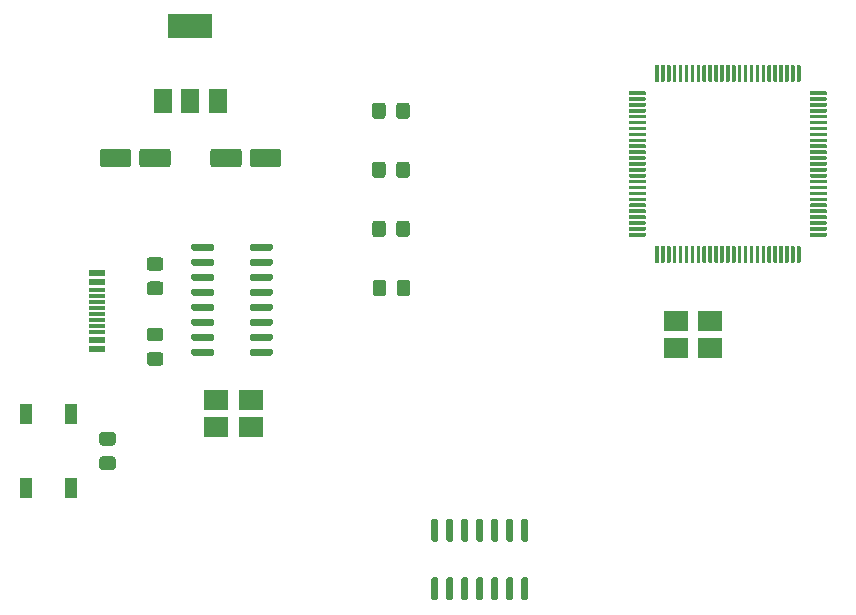
<source format=gbr>
G04 #@! TF.GenerationSoftware,KiCad,Pcbnew,(5.99.0-1662-g9db296991)*
G04 #@! TF.CreationDate,2020-05-24T00:42:54+05:30*
G04 #@! TF.ProjectId,UI,55492e6b-6963-4616-945f-706362585858,rev?*
G04 #@! TF.SameCoordinates,Original*
G04 #@! TF.FileFunction,Paste,Top*
G04 #@! TF.FilePolarity,Positive*
%FSLAX46Y46*%
G04 Gerber Fmt 4.6, Leading zero omitted, Abs format (unit mm)*
G04 Created by KiCad (PCBNEW (5.99.0-1662-g9db296991)) date 2020-05-24 00:42:54*
%MOMM*%
%LPD*%
G01*
G04 APERTURE LIST*
%ADD10R,1.450000X0.300000*%
%ADD11R,1.450000X0.600000*%
%ADD12R,3.800000X2.000000*%
%ADD13R,1.500000X2.000000*%
%ADD14R,2.100000X1.800000*%
%ADD15R,1.000000X1.700000*%
G04 APERTURE END LIST*
G36*
G01*
X48840000Y-118450000D02*
X48540000Y-118450000D01*
G75*
G02*
X48390000Y-118300000I0J150000D01*
G01*
X48390000Y-116650000D01*
G75*
G02*
X48540000Y-116500000I150000J0D01*
G01*
X48840000Y-116500000D01*
G75*
G02*
X48990000Y-116650000I0J-150000D01*
G01*
X48990000Y-118300000D01*
G75*
G02*
X48840000Y-118450000I-150000J0D01*
G01*
G37*
G36*
G01*
X50110000Y-118450000D02*
X49810000Y-118450000D01*
G75*
G02*
X49660000Y-118300000I0J150000D01*
G01*
X49660000Y-116650000D01*
G75*
G02*
X49810000Y-116500000I150000J0D01*
G01*
X50110000Y-116500000D01*
G75*
G02*
X50260000Y-116650000I0J-150000D01*
G01*
X50260000Y-118300000D01*
G75*
G02*
X50110000Y-118450000I-150000J0D01*
G01*
G37*
G36*
G01*
X51380000Y-118450000D02*
X51080000Y-118450000D01*
G75*
G02*
X50930000Y-118300000I0J150000D01*
G01*
X50930000Y-116650000D01*
G75*
G02*
X51080000Y-116500000I150000J0D01*
G01*
X51380000Y-116500000D01*
G75*
G02*
X51530000Y-116650000I0J-150000D01*
G01*
X51530000Y-118300000D01*
G75*
G02*
X51380000Y-118450000I-150000J0D01*
G01*
G37*
G36*
G01*
X52650000Y-118450000D02*
X52350000Y-118450000D01*
G75*
G02*
X52200000Y-118300000I0J150000D01*
G01*
X52200000Y-116650000D01*
G75*
G02*
X52350000Y-116500000I150000J0D01*
G01*
X52650000Y-116500000D01*
G75*
G02*
X52800000Y-116650000I0J-150000D01*
G01*
X52800000Y-118300000D01*
G75*
G02*
X52650000Y-118450000I-150000J0D01*
G01*
G37*
G36*
G01*
X53920000Y-118450000D02*
X53620000Y-118450000D01*
G75*
G02*
X53470000Y-118300000I0J150000D01*
G01*
X53470000Y-116650000D01*
G75*
G02*
X53620000Y-116500000I150000J0D01*
G01*
X53920000Y-116500000D01*
G75*
G02*
X54070000Y-116650000I0J-150000D01*
G01*
X54070000Y-118300000D01*
G75*
G02*
X53920000Y-118450000I-150000J0D01*
G01*
G37*
G36*
G01*
X55190000Y-118450000D02*
X54890000Y-118450000D01*
G75*
G02*
X54740000Y-118300000I0J150000D01*
G01*
X54740000Y-116650000D01*
G75*
G02*
X54890000Y-116500000I150000J0D01*
G01*
X55190000Y-116500000D01*
G75*
G02*
X55340000Y-116650000I0J-150000D01*
G01*
X55340000Y-118300000D01*
G75*
G02*
X55190000Y-118450000I-150000J0D01*
G01*
G37*
G36*
G01*
X56460000Y-118450000D02*
X56160000Y-118450000D01*
G75*
G02*
X56010000Y-118300000I0J150000D01*
G01*
X56010000Y-116650000D01*
G75*
G02*
X56160000Y-116500000I150000J0D01*
G01*
X56460000Y-116500000D01*
G75*
G02*
X56610000Y-116650000I0J-150000D01*
G01*
X56610000Y-118300000D01*
G75*
G02*
X56460000Y-118450000I-150000J0D01*
G01*
G37*
G36*
G01*
X56460000Y-113500000D02*
X56160000Y-113500000D01*
G75*
G02*
X56010000Y-113350000I0J150000D01*
G01*
X56010000Y-111700000D01*
G75*
G02*
X56160000Y-111550000I150000J0D01*
G01*
X56460000Y-111550000D01*
G75*
G02*
X56610000Y-111700000I0J-150000D01*
G01*
X56610000Y-113350000D01*
G75*
G02*
X56460000Y-113500000I-150000J0D01*
G01*
G37*
G36*
G01*
X55190000Y-113500000D02*
X54890000Y-113500000D01*
G75*
G02*
X54740000Y-113350000I0J150000D01*
G01*
X54740000Y-111700000D01*
G75*
G02*
X54890000Y-111550000I150000J0D01*
G01*
X55190000Y-111550000D01*
G75*
G02*
X55340000Y-111700000I0J-150000D01*
G01*
X55340000Y-113350000D01*
G75*
G02*
X55190000Y-113500000I-150000J0D01*
G01*
G37*
G36*
G01*
X53920000Y-113500000D02*
X53620000Y-113500000D01*
G75*
G02*
X53470000Y-113350000I0J150000D01*
G01*
X53470000Y-111700000D01*
G75*
G02*
X53620000Y-111550000I150000J0D01*
G01*
X53920000Y-111550000D01*
G75*
G02*
X54070000Y-111700000I0J-150000D01*
G01*
X54070000Y-113350000D01*
G75*
G02*
X53920000Y-113500000I-150000J0D01*
G01*
G37*
G36*
G01*
X52650000Y-113500000D02*
X52350000Y-113500000D01*
G75*
G02*
X52200000Y-113350000I0J150000D01*
G01*
X52200000Y-111700000D01*
G75*
G02*
X52350000Y-111550000I150000J0D01*
G01*
X52650000Y-111550000D01*
G75*
G02*
X52800000Y-111700000I0J-150000D01*
G01*
X52800000Y-113350000D01*
G75*
G02*
X52650000Y-113500000I-150000J0D01*
G01*
G37*
G36*
G01*
X51380000Y-113500000D02*
X51080000Y-113500000D01*
G75*
G02*
X50930000Y-113350000I0J150000D01*
G01*
X50930000Y-111700000D01*
G75*
G02*
X51080000Y-111550000I150000J0D01*
G01*
X51380000Y-111550000D01*
G75*
G02*
X51530000Y-111700000I0J-150000D01*
G01*
X51530000Y-113350000D01*
G75*
G02*
X51380000Y-113500000I-150000J0D01*
G01*
G37*
G36*
G01*
X50110000Y-113500000D02*
X49810000Y-113500000D01*
G75*
G02*
X49660000Y-113350000I0J150000D01*
G01*
X49660000Y-111700000D01*
G75*
G02*
X49810000Y-111550000I150000J0D01*
G01*
X50110000Y-111550000D01*
G75*
G02*
X50260000Y-111700000I0J-150000D01*
G01*
X50260000Y-113350000D01*
G75*
G02*
X50110000Y-113500000I-150000J0D01*
G01*
G37*
G36*
G01*
X48840000Y-113500000D02*
X48540000Y-113500000D01*
G75*
G02*
X48390000Y-113350000I0J150000D01*
G01*
X48390000Y-111700000D01*
G75*
G02*
X48540000Y-111550000I150000J0D01*
G01*
X48840000Y-111550000D01*
G75*
G02*
X48990000Y-111700000I0J-150000D01*
G01*
X48990000Y-113350000D01*
G75*
G02*
X48840000Y-113500000I-150000J0D01*
G01*
G37*
D10*
X20095000Y-94200000D03*
X20095000Y-95200000D03*
X20095000Y-95700000D03*
D11*
X20095000Y-91500000D03*
X20095000Y-90700000D03*
D10*
X20095000Y-92700000D03*
X20095000Y-92200000D03*
D11*
X20095000Y-90700000D03*
X20095000Y-91500000D03*
D10*
X20095000Y-93700000D03*
D11*
X20095000Y-97200000D03*
X20095000Y-97200000D03*
X20095000Y-96400000D03*
D10*
X20095000Y-93200000D03*
D11*
X20095000Y-96400000D03*
D10*
X20095000Y-94700000D03*
G36*
G01*
X67350000Y-74500000D02*
X67350000Y-73175000D01*
G75*
G02*
X67425000Y-73100000I75000J0D01*
G01*
X67575000Y-73100000D01*
G75*
G02*
X67650000Y-73175000I0J-75000D01*
G01*
X67650000Y-74500000D01*
G75*
G02*
X67575000Y-74575000I-75000J0D01*
G01*
X67425000Y-74575000D01*
G75*
G02*
X67350000Y-74500000I0J75000D01*
G01*
G37*
G36*
G01*
X67850000Y-74500000D02*
X67850000Y-73175000D01*
G75*
G02*
X67925000Y-73100000I75000J0D01*
G01*
X68075000Y-73100000D01*
G75*
G02*
X68150000Y-73175000I0J-75000D01*
G01*
X68150000Y-74500000D01*
G75*
G02*
X68075000Y-74575000I-75000J0D01*
G01*
X67925000Y-74575000D01*
G75*
G02*
X67850000Y-74500000I0J75000D01*
G01*
G37*
G36*
G01*
X68350000Y-74500000D02*
X68350000Y-73175000D01*
G75*
G02*
X68425000Y-73100000I75000J0D01*
G01*
X68575000Y-73100000D01*
G75*
G02*
X68650000Y-73175000I0J-75000D01*
G01*
X68650000Y-74500000D01*
G75*
G02*
X68575000Y-74575000I-75000J0D01*
G01*
X68425000Y-74575000D01*
G75*
G02*
X68350000Y-74500000I0J75000D01*
G01*
G37*
G36*
G01*
X68850000Y-74500000D02*
X68850000Y-73175000D01*
G75*
G02*
X68925000Y-73100000I75000J0D01*
G01*
X69075000Y-73100000D01*
G75*
G02*
X69150000Y-73175000I0J-75000D01*
G01*
X69150000Y-74500000D01*
G75*
G02*
X69075000Y-74575000I-75000J0D01*
G01*
X68925000Y-74575000D01*
G75*
G02*
X68850000Y-74500000I0J75000D01*
G01*
G37*
G36*
G01*
X69350000Y-74500000D02*
X69350000Y-73175000D01*
G75*
G02*
X69425000Y-73100000I75000J0D01*
G01*
X69575000Y-73100000D01*
G75*
G02*
X69650000Y-73175000I0J-75000D01*
G01*
X69650000Y-74500000D01*
G75*
G02*
X69575000Y-74575000I-75000J0D01*
G01*
X69425000Y-74575000D01*
G75*
G02*
X69350000Y-74500000I0J75000D01*
G01*
G37*
G36*
G01*
X69850000Y-74500000D02*
X69850000Y-73175000D01*
G75*
G02*
X69925000Y-73100000I75000J0D01*
G01*
X70075000Y-73100000D01*
G75*
G02*
X70150000Y-73175000I0J-75000D01*
G01*
X70150000Y-74500000D01*
G75*
G02*
X70075000Y-74575000I-75000J0D01*
G01*
X69925000Y-74575000D01*
G75*
G02*
X69850000Y-74500000I0J75000D01*
G01*
G37*
G36*
G01*
X70350000Y-74500000D02*
X70350000Y-73175000D01*
G75*
G02*
X70425000Y-73100000I75000J0D01*
G01*
X70575000Y-73100000D01*
G75*
G02*
X70650000Y-73175000I0J-75000D01*
G01*
X70650000Y-74500000D01*
G75*
G02*
X70575000Y-74575000I-75000J0D01*
G01*
X70425000Y-74575000D01*
G75*
G02*
X70350000Y-74500000I0J75000D01*
G01*
G37*
G36*
G01*
X70850000Y-74500000D02*
X70850000Y-73175000D01*
G75*
G02*
X70925000Y-73100000I75000J0D01*
G01*
X71075000Y-73100000D01*
G75*
G02*
X71150000Y-73175000I0J-75000D01*
G01*
X71150000Y-74500000D01*
G75*
G02*
X71075000Y-74575000I-75000J0D01*
G01*
X70925000Y-74575000D01*
G75*
G02*
X70850000Y-74500000I0J75000D01*
G01*
G37*
G36*
G01*
X71350000Y-74500000D02*
X71350000Y-73175000D01*
G75*
G02*
X71425000Y-73100000I75000J0D01*
G01*
X71575000Y-73100000D01*
G75*
G02*
X71650000Y-73175000I0J-75000D01*
G01*
X71650000Y-74500000D01*
G75*
G02*
X71575000Y-74575000I-75000J0D01*
G01*
X71425000Y-74575000D01*
G75*
G02*
X71350000Y-74500000I0J75000D01*
G01*
G37*
G36*
G01*
X71850000Y-74500000D02*
X71850000Y-73175000D01*
G75*
G02*
X71925000Y-73100000I75000J0D01*
G01*
X72075000Y-73100000D01*
G75*
G02*
X72150000Y-73175000I0J-75000D01*
G01*
X72150000Y-74500000D01*
G75*
G02*
X72075000Y-74575000I-75000J0D01*
G01*
X71925000Y-74575000D01*
G75*
G02*
X71850000Y-74500000I0J75000D01*
G01*
G37*
G36*
G01*
X72350000Y-74500000D02*
X72350000Y-73175000D01*
G75*
G02*
X72425000Y-73100000I75000J0D01*
G01*
X72575000Y-73100000D01*
G75*
G02*
X72650000Y-73175000I0J-75000D01*
G01*
X72650000Y-74500000D01*
G75*
G02*
X72575000Y-74575000I-75000J0D01*
G01*
X72425000Y-74575000D01*
G75*
G02*
X72350000Y-74500000I0J75000D01*
G01*
G37*
G36*
G01*
X72850000Y-74500000D02*
X72850000Y-73175000D01*
G75*
G02*
X72925000Y-73100000I75000J0D01*
G01*
X73075000Y-73100000D01*
G75*
G02*
X73150000Y-73175000I0J-75000D01*
G01*
X73150000Y-74500000D01*
G75*
G02*
X73075000Y-74575000I-75000J0D01*
G01*
X72925000Y-74575000D01*
G75*
G02*
X72850000Y-74500000I0J75000D01*
G01*
G37*
G36*
G01*
X73350000Y-74500000D02*
X73350000Y-73175000D01*
G75*
G02*
X73425000Y-73100000I75000J0D01*
G01*
X73575000Y-73100000D01*
G75*
G02*
X73650000Y-73175000I0J-75000D01*
G01*
X73650000Y-74500000D01*
G75*
G02*
X73575000Y-74575000I-75000J0D01*
G01*
X73425000Y-74575000D01*
G75*
G02*
X73350000Y-74500000I0J75000D01*
G01*
G37*
G36*
G01*
X73850000Y-74500000D02*
X73850000Y-73175000D01*
G75*
G02*
X73925000Y-73100000I75000J0D01*
G01*
X74075000Y-73100000D01*
G75*
G02*
X74150000Y-73175000I0J-75000D01*
G01*
X74150000Y-74500000D01*
G75*
G02*
X74075000Y-74575000I-75000J0D01*
G01*
X73925000Y-74575000D01*
G75*
G02*
X73850000Y-74500000I0J75000D01*
G01*
G37*
G36*
G01*
X74350000Y-74500000D02*
X74350000Y-73175000D01*
G75*
G02*
X74425000Y-73100000I75000J0D01*
G01*
X74575000Y-73100000D01*
G75*
G02*
X74650000Y-73175000I0J-75000D01*
G01*
X74650000Y-74500000D01*
G75*
G02*
X74575000Y-74575000I-75000J0D01*
G01*
X74425000Y-74575000D01*
G75*
G02*
X74350000Y-74500000I0J75000D01*
G01*
G37*
G36*
G01*
X74850000Y-74500000D02*
X74850000Y-73175000D01*
G75*
G02*
X74925000Y-73100000I75000J0D01*
G01*
X75075000Y-73100000D01*
G75*
G02*
X75150000Y-73175000I0J-75000D01*
G01*
X75150000Y-74500000D01*
G75*
G02*
X75075000Y-74575000I-75000J0D01*
G01*
X74925000Y-74575000D01*
G75*
G02*
X74850000Y-74500000I0J75000D01*
G01*
G37*
G36*
G01*
X75350000Y-74500000D02*
X75350000Y-73175000D01*
G75*
G02*
X75425000Y-73100000I75000J0D01*
G01*
X75575000Y-73100000D01*
G75*
G02*
X75650000Y-73175000I0J-75000D01*
G01*
X75650000Y-74500000D01*
G75*
G02*
X75575000Y-74575000I-75000J0D01*
G01*
X75425000Y-74575000D01*
G75*
G02*
X75350000Y-74500000I0J75000D01*
G01*
G37*
G36*
G01*
X75850000Y-74500000D02*
X75850000Y-73175000D01*
G75*
G02*
X75925000Y-73100000I75000J0D01*
G01*
X76075000Y-73100000D01*
G75*
G02*
X76150000Y-73175000I0J-75000D01*
G01*
X76150000Y-74500000D01*
G75*
G02*
X76075000Y-74575000I-75000J0D01*
G01*
X75925000Y-74575000D01*
G75*
G02*
X75850000Y-74500000I0J75000D01*
G01*
G37*
G36*
G01*
X76350000Y-74500000D02*
X76350000Y-73175000D01*
G75*
G02*
X76425000Y-73100000I75000J0D01*
G01*
X76575000Y-73100000D01*
G75*
G02*
X76650000Y-73175000I0J-75000D01*
G01*
X76650000Y-74500000D01*
G75*
G02*
X76575000Y-74575000I-75000J0D01*
G01*
X76425000Y-74575000D01*
G75*
G02*
X76350000Y-74500000I0J75000D01*
G01*
G37*
G36*
G01*
X76850000Y-74500000D02*
X76850000Y-73175000D01*
G75*
G02*
X76925000Y-73100000I75000J0D01*
G01*
X77075000Y-73100000D01*
G75*
G02*
X77150000Y-73175000I0J-75000D01*
G01*
X77150000Y-74500000D01*
G75*
G02*
X77075000Y-74575000I-75000J0D01*
G01*
X76925000Y-74575000D01*
G75*
G02*
X76850000Y-74500000I0J75000D01*
G01*
G37*
G36*
G01*
X77350000Y-74500000D02*
X77350000Y-73175000D01*
G75*
G02*
X77425000Y-73100000I75000J0D01*
G01*
X77575000Y-73100000D01*
G75*
G02*
X77650000Y-73175000I0J-75000D01*
G01*
X77650000Y-74500000D01*
G75*
G02*
X77575000Y-74575000I-75000J0D01*
G01*
X77425000Y-74575000D01*
G75*
G02*
X77350000Y-74500000I0J75000D01*
G01*
G37*
G36*
G01*
X77850000Y-74500000D02*
X77850000Y-73175000D01*
G75*
G02*
X77925000Y-73100000I75000J0D01*
G01*
X78075000Y-73100000D01*
G75*
G02*
X78150000Y-73175000I0J-75000D01*
G01*
X78150000Y-74500000D01*
G75*
G02*
X78075000Y-74575000I-75000J0D01*
G01*
X77925000Y-74575000D01*
G75*
G02*
X77850000Y-74500000I0J75000D01*
G01*
G37*
G36*
G01*
X78350000Y-74500000D02*
X78350000Y-73175000D01*
G75*
G02*
X78425000Y-73100000I75000J0D01*
G01*
X78575000Y-73100000D01*
G75*
G02*
X78650000Y-73175000I0J-75000D01*
G01*
X78650000Y-74500000D01*
G75*
G02*
X78575000Y-74575000I-75000J0D01*
G01*
X78425000Y-74575000D01*
G75*
G02*
X78350000Y-74500000I0J75000D01*
G01*
G37*
G36*
G01*
X78850000Y-74500000D02*
X78850000Y-73175000D01*
G75*
G02*
X78925000Y-73100000I75000J0D01*
G01*
X79075000Y-73100000D01*
G75*
G02*
X79150000Y-73175000I0J-75000D01*
G01*
X79150000Y-74500000D01*
G75*
G02*
X79075000Y-74575000I-75000J0D01*
G01*
X78925000Y-74575000D01*
G75*
G02*
X78850000Y-74500000I0J75000D01*
G01*
G37*
G36*
G01*
X79350000Y-74500000D02*
X79350000Y-73175000D01*
G75*
G02*
X79425000Y-73100000I75000J0D01*
G01*
X79575000Y-73100000D01*
G75*
G02*
X79650000Y-73175000I0J-75000D01*
G01*
X79650000Y-74500000D01*
G75*
G02*
X79575000Y-74575000I-75000J0D01*
G01*
X79425000Y-74575000D01*
G75*
G02*
X79350000Y-74500000I0J75000D01*
G01*
G37*
G36*
G01*
X80425000Y-75575000D02*
X80425000Y-75425000D01*
G75*
G02*
X80500000Y-75350000I75000J0D01*
G01*
X81825000Y-75350000D01*
G75*
G02*
X81900000Y-75425000I0J-75000D01*
G01*
X81900000Y-75575000D01*
G75*
G02*
X81825000Y-75650000I-75000J0D01*
G01*
X80500000Y-75650000D01*
G75*
G02*
X80425000Y-75575000I0J75000D01*
G01*
G37*
G36*
G01*
X80425000Y-76075000D02*
X80425000Y-75925000D01*
G75*
G02*
X80500000Y-75850000I75000J0D01*
G01*
X81825000Y-75850000D01*
G75*
G02*
X81900000Y-75925000I0J-75000D01*
G01*
X81900000Y-76075000D01*
G75*
G02*
X81825000Y-76150000I-75000J0D01*
G01*
X80500000Y-76150000D01*
G75*
G02*
X80425000Y-76075000I0J75000D01*
G01*
G37*
G36*
G01*
X80425000Y-76575000D02*
X80425000Y-76425000D01*
G75*
G02*
X80500000Y-76350000I75000J0D01*
G01*
X81825000Y-76350000D01*
G75*
G02*
X81900000Y-76425000I0J-75000D01*
G01*
X81900000Y-76575000D01*
G75*
G02*
X81825000Y-76650000I-75000J0D01*
G01*
X80500000Y-76650000D01*
G75*
G02*
X80425000Y-76575000I0J75000D01*
G01*
G37*
G36*
G01*
X80425000Y-77075000D02*
X80425000Y-76925000D01*
G75*
G02*
X80500000Y-76850000I75000J0D01*
G01*
X81825000Y-76850000D01*
G75*
G02*
X81900000Y-76925000I0J-75000D01*
G01*
X81900000Y-77075000D01*
G75*
G02*
X81825000Y-77150000I-75000J0D01*
G01*
X80500000Y-77150000D01*
G75*
G02*
X80425000Y-77075000I0J75000D01*
G01*
G37*
G36*
G01*
X80425000Y-77575000D02*
X80425000Y-77425000D01*
G75*
G02*
X80500000Y-77350000I75000J0D01*
G01*
X81825000Y-77350000D01*
G75*
G02*
X81900000Y-77425000I0J-75000D01*
G01*
X81900000Y-77575000D01*
G75*
G02*
X81825000Y-77650000I-75000J0D01*
G01*
X80500000Y-77650000D01*
G75*
G02*
X80425000Y-77575000I0J75000D01*
G01*
G37*
G36*
G01*
X80425000Y-78075000D02*
X80425000Y-77925000D01*
G75*
G02*
X80500000Y-77850000I75000J0D01*
G01*
X81825000Y-77850000D01*
G75*
G02*
X81900000Y-77925000I0J-75000D01*
G01*
X81900000Y-78075000D01*
G75*
G02*
X81825000Y-78150000I-75000J0D01*
G01*
X80500000Y-78150000D01*
G75*
G02*
X80425000Y-78075000I0J75000D01*
G01*
G37*
G36*
G01*
X80425000Y-78575000D02*
X80425000Y-78425000D01*
G75*
G02*
X80500000Y-78350000I75000J0D01*
G01*
X81825000Y-78350000D01*
G75*
G02*
X81900000Y-78425000I0J-75000D01*
G01*
X81900000Y-78575000D01*
G75*
G02*
X81825000Y-78650000I-75000J0D01*
G01*
X80500000Y-78650000D01*
G75*
G02*
X80425000Y-78575000I0J75000D01*
G01*
G37*
G36*
G01*
X80425000Y-79075000D02*
X80425000Y-78925000D01*
G75*
G02*
X80500000Y-78850000I75000J0D01*
G01*
X81825000Y-78850000D01*
G75*
G02*
X81900000Y-78925000I0J-75000D01*
G01*
X81900000Y-79075000D01*
G75*
G02*
X81825000Y-79150000I-75000J0D01*
G01*
X80500000Y-79150000D01*
G75*
G02*
X80425000Y-79075000I0J75000D01*
G01*
G37*
G36*
G01*
X80425000Y-79575000D02*
X80425000Y-79425000D01*
G75*
G02*
X80500000Y-79350000I75000J0D01*
G01*
X81825000Y-79350000D01*
G75*
G02*
X81900000Y-79425000I0J-75000D01*
G01*
X81900000Y-79575000D01*
G75*
G02*
X81825000Y-79650000I-75000J0D01*
G01*
X80500000Y-79650000D01*
G75*
G02*
X80425000Y-79575000I0J75000D01*
G01*
G37*
G36*
G01*
X80425000Y-80075000D02*
X80425000Y-79925000D01*
G75*
G02*
X80500000Y-79850000I75000J0D01*
G01*
X81825000Y-79850000D01*
G75*
G02*
X81900000Y-79925000I0J-75000D01*
G01*
X81900000Y-80075000D01*
G75*
G02*
X81825000Y-80150000I-75000J0D01*
G01*
X80500000Y-80150000D01*
G75*
G02*
X80425000Y-80075000I0J75000D01*
G01*
G37*
G36*
G01*
X80425000Y-80575000D02*
X80425000Y-80425000D01*
G75*
G02*
X80500000Y-80350000I75000J0D01*
G01*
X81825000Y-80350000D01*
G75*
G02*
X81900000Y-80425000I0J-75000D01*
G01*
X81900000Y-80575000D01*
G75*
G02*
X81825000Y-80650000I-75000J0D01*
G01*
X80500000Y-80650000D01*
G75*
G02*
X80425000Y-80575000I0J75000D01*
G01*
G37*
G36*
G01*
X80425000Y-81075000D02*
X80425000Y-80925000D01*
G75*
G02*
X80500000Y-80850000I75000J0D01*
G01*
X81825000Y-80850000D01*
G75*
G02*
X81900000Y-80925000I0J-75000D01*
G01*
X81900000Y-81075000D01*
G75*
G02*
X81825000Y-81150000I-75000J0D01*
G01*
X80500000Y-81150000D01*
G75*
G02*
X80425000Y-81075000I0J75000D01*
G01*
G37*
G36*
G01*
X80425000Y-81575000D02*
X80425000Y-81425000D01*
G75*
G02*
X80500000Y-81350000I75000J0D01*
G01*
X81825000Y-81350000D01*
G75*
G02*
X81900000Y-81425000I0J-75000D01*
G01*
X81900000Y-81575000D01*
G75*
G02*
X81825000Y-81650000I-75000J0D01*
G01*
X80500000Y-81650000D01*
G75*
G02*
X80425000Y-81575000I0J75000D01*
G01*
G37*
G36*
G01*
X80425000Y-82075000D02*
X80425000Y-81925000D01*
G75*
G02*
X80500000Y-81850000I75000J0D01*
G01*
X81825000Y-81850000D01*
G75*
G02*
X81900000Y-81925000I0J-75000D01*
G01*
X81900000Y-82075000D01*
G75*
G02*
X81825000Y-82150000I-75000J0D01*
G01*
X80500000Y-82150000D01*
G75*
G02*
X80425000Y-82075000I0J75000D01*
G01*
G37*
G36*
G01*
X80425000Y-82575000D02*
X80425000Y-82425000D01*
G75*
G02*
X80500000Y-82350000I75000J0D01*
G01*
X81825000Y-82350000D01*
G75*
G02*
X81900000Y-82425000I0J-75000D01*
G01*
X81900000Y-82575000D01*
G75*
G02*
X81825000Y-82650000I-75000J0D01*
G01*
X80500000Y-82650000D01*
G75*
G02*
X80425000Y-82575000I0J75000D01*
G01*
G37*
G36*
G01*
X80425000Y-83075000D02*
X80425000Y-82925000D01*
G75*
G02*
X80500000Y-82850000I75000J0D01*
G01*
X81825000Y-82850000D01*
G75*
G02*
X81900000Y-82925000I0J-75000D01*
G01*
X81900000Y-83075000D01*
G75*
G02*
X81825000Y-83150000I-75000J0D01*
G01*
X80500000Y-83150000D01*
G75*
G02*
X80425000Y-83075000I0J75000D01*
G01*
G37*
G36*
G01*
X80425000Y-83575000D02*
X80425000Y-83425000D01*
G75*
G02*
X80500000Y-83350000I75000J0D01*
G01*
X81825000Y-83350000D01*
G75*
G02*
X81900000Y-83425000I0J-75000D01*
G01*
X81900000Y-83575000D01*
G75*
G02*
X81825000Y-83650000I-75000J0D01*
G01*
X80500000Y-83650000D01*
G75*
G02*
X80425000Y-83575000I0J75000D01*
G01*
G37*
G36*
G01*
X80425000Y-84075000D02*
X80425000Y-83925000D01*
G75*
G02*
X80500000Y-83850000I75000J0D01*
G01*
X81825000Y-83850000D01*
G75*
G02*
X81900000Y-83925000I0J-75000D01*
G01*
X81900000Y-84075000D01*
G75*
G02*
X81825000Y-84150000I-75000J0D01*
G01*
X80500000Y-84150000D01*
G75*
G02*
X80425000Y-84075000I0J75000D01*
G01*
G37*
G36*
G01*
X80425000Y-84575000D02*
X80425000Y-84425000D01*
G75*
G02*
X80500000Y-84350000I75000J0D01*
G01*
X81825000Y-84350000D01*
G75*
G02*
X81900000Y-84425000I0J-75000D01*
G01*
X81900000Y-84575000D01*
G75*
G02*
X81825000Y-84650000I-75000J0D01*
G01*
X80500000Y-84650000D01*
G75*
G02*
X80425000Y-84575000I0J75000D01*
G01*
G37*
G36*
G01*
X80425000Y-85075000D02*
X80425000Y-84925000D01*
G75*
G02*
X80500000Y-84850000I75000J0D01*
G01*
X81825000Y-84850000D01*
G75*
G02*
X81900000Y-84925000I0J-75000D01*
G01*
X81900000Y-85075000D01*
G75*
G02*
X81825000Y-85150000I-75000J0D01*
G01*
X80500000Y-85150000D01*
G75*
G02*
X80425000Y-85075000I0J75000D01*
G01*
G37*
G36*
G01*
X80425000Y-85575000D02*
X80425000Y-85425000D01*
G75*
G02*
X80500000Y-85350000I75000J0D01*
G01*
X81825000Y-85350000D01*
G75*
G02*
X81900000Y-85425000I0J-75000D01*
G01*
X81900000Y-85575000D01*
G75*
G02*
X81825000Y-85650000I-75000J0D01*
G01*
X80500000Y-85650000D01*
G75*
G02*
X80425000Y-85575000I0J75000D01*
G01*
G37*
G36*
G01*
X80425000Y-86075000D02*
X80425000Y-85925000D01*
G75*
G02*
X80500000Y-85850000I75000J0D01*
G01*
X81825000Y-85850000D01*
G75*
G02*
X81900000Y-85925000I0J-75000D01*
G01*
X81900000Y-86075000D01*
G75*
G02*
X81825000Y-86150000I-75000J0D01*
G01*
X80500000Y-86150000D01*
G75*
G02*
X80425000Y-86075000I0J75000D01*
G01*
G37*
G36*
G01*
X80425000Y-86575000D02*
X80425000Y-86425000D01*
G75*
G02*
X80500000Y-86350000I75000J0D01*
G01*
X81825000Y-86350000D01*
G75*
G02*
X81900000Y-86425000I0J-75000D01*
G01*
X81900000Y-86575000D01*
G75*
G02*
X81825000Y-86650000I-75000J0D01*
G01*
X80500000Y-86650000D01*
G75*
G02*
X80425000Y-86575000I0J75000D01*
G01*
G37*
G36*
G01*
X80425000Y-87075000D02*
X80425000Y-86925000D01*
G75*
G02*
X80500000Y-86850000I75000J0D01*
G01*
X81825000Y-86850000D01*
G75*
G02*
X81900000Y-86925000I0J-75000D01*
G01*
X81900000Y-87075000D01*
G75*
G02*
X81825000Y-87150000I-75000J0D01*
G01*
X80500000Y-87150000D01*
G75*
G02*
X80425000Y-87075000I0J75000D01*
G01*
G37*
G36*
G01*
X80425000Y-87575000D02*
X80425000Y-87425000D01*
G75*
G02*
X80500000Y-87350000I75000J0D01*
G01*
X81825000Y-87350000D01*
G75*
G02*
X81900000Y-87425000I0J-75000D01*
G01*
X81900000Y-87575000D01*
G75*
G02*
X81825000Y-87650000I-75000J0D01*
G01*
X80500000Y-87650000D01*
G75*
G02*
X80425000Y-87575000I0J75000D01*
G01*
G37*
G36*
G01*
X79350000Y-89825000D02*
X79350000Y-88500000D01*
G75*
G02*
X79425000Y-88425000I75000J0D01*
G01*
X79575000Y-88425000D01*
G75*
G02*
X79650000Y-88500000I0J-75000D01*
G01*
X79650000Y-89825000D01*
G75*
G02*
X79575000Y-89900000I-75000J0D01*
G01*
X79425000Y-89900000D01*
G75*
G02*
X79350000Y-89825000I0J75000D01*
G01*
G37*
G36*
G01*
X78850000Y-89825000D02*
X78850000Y-88500000D01*
G75*
G02*
X78925000Y-88425000I75000J0D01*
G01*
X79075000Y-88425000D01*
G75*
G02*
X79150000Y-88500000I0J-75000D01*
G01*
X79150000Y-89825000D01*
G75*
G02*
X79075000Y-89900000I-75000J0D01*
G01*
X78925000Y-89900000D01*
G75*
G02*
X78850000Y-89825000I0J75000D01*
G01*
G37*
G36*
G01*
X78350000Y-89825000D02*
X78350000Y-88500000D01*
G75*
G02*
X78425000Y-88425000I75000J0D01*
G01*
X78575000Y-88425000D01*
G75*
G02*
X78650000Y-88500000I0J-75000D01*
G01*
X78650000Y-89825000D01*
G75*
G02*
X78575000Y-89900000I-75000J0D01*
G01*
X78425000Y-89900000D01*
G75*
G02*
X78350000Y-89825000I0J75000D01*
G01*
G37*
G36*
G01*
X77850000Y-89825000D02*
X77850000Y-88500000D01*
G75*
G02*
X77925000Y-88425000I75000J0D01*
G01*
X78075000Y-88425000D01*
G75*
G02*
X78150000Y-88500000I0J-75000D01*
G01*
X78150000Y-89825000D01*
G75*
G02*
X78075000Y-89900000I-75000J0D01*
G01*
X77925000Y-89900000D01*
G75*
G02*
X77850000Y-89825000I0J75000D01*
G01*
G37*
G36*
G01*
X77350000Y-89825000D02*
X77350000Y-88500000D01*
G75*
G02*
X77425000Y-88425000I75000J0D01*
G01*
X77575000Y-88425000D01*
G75*
G02*
X77650000Y-88500000I0J-75000D01*
G01*
X77650000Y-89825000D01*
G75*
G02*
X77575000Y-89900000I-75000J0D01*
G01*
X77425000Y-89900000D01*
G75*
G02*
X77350000Y-89825000I0J75000D01*
G01*
G37*
G36*
G01*
X76850000Y-89825000D02*
X76850000Y-88500000D01*
G75*
G02*
X76925000Y-88425000I75000J0D01*
G01*
X77075000Y-88425000D01*
G75*
G02*
X77150000Y-88500000I0J-75000D01*
G01*
X77150000Y-89825000D01*
G75*
G02*
X77075000Y-89900000I-75000J0D01*
G01*
X76925000Y-89900000D01*
G75*
G02*
X76850000Y-89825000I0J75000D01*
G01*
G37*
G36*
G01*
X76350000Y-89825000D02*
X76350000Y-88500000D01*
G75*
G02*
X76425000Y-88425000I75000J0D01*
G01*
X76575000Y-88425000D01*
G75*
G02*
X76650000Y-88500000I0J-75000D01*
G01*
X76650000Y-89825000D01*
G75*
G02*
X76575000Y-89900000I-75000J0D01*
G01*
X76425000Y-89900000D01*
G75*
G02*
X76350000Y-89825000I0J75000D01*
G01*
G37*
G36*
G01*
X75850000Y-89825000D02*
X75850000Y-88500000D01*
G75*
G02*
X75925000Y-88425000I75000J0D01*
G01*
X76075000Y-88425000D01*
G75*
G02*
X76150000Y-88500000I0J-75000D01*
G01*
X76150000Y-89825000D01*
G75*
G02*
X76075000Y-89900000I-75000J0D01*
G01*
X75925000Y-89900000D01*
G75*
G02*
X75850000Y-89825000I0J75000D01*
G01*
G37*
G36*
G01*
X75350000Y-89825000D02*
X75350000Y-88500000D01*
G75*
G02*
X75425000Y-88425000I75000J0D01*
G01*
X75575000Y-88425000D01*
G75*
G02*
X75650000Y-88500000I0J-75000D01*
G01*
X75650000Y-89825000D01*
G75*
G02*
X75575000Y-89900000I-75000J0D01*
G01*
X75425000Y-89900000D01*
G75*
G02*
X75350000Y-89825000I0J75000D01*
G01*
G37*
G36*
G01*
X74850000Y-89825000D02*
X74850000Y-88500000D01*
G75*
G02*
X74925000Y-88425000I75000J0D01*
G01*
X75075000Y-88425000D01*
G75*
G02*
X75150000Y-88500000I0J-75000D01*
G01*
X75150000Y-89825000D01*
G75*
G02*
X75075000Y-89900000I-75000J0D01*
G01*
X74925000Y-89900000D01*
G75*
G02*
X74850000Y-89825000I0J75000D01*
G01*
G37*
G36*
G01*
X74350000Y-89825000D02*
X74350000Y-88500000D01*
G75*
G02*
X74425000Y-88425000I75000J0D01*
G01*
X74575000Y-88425000D01*
G75*
G02*
X74650000Y-88500000I0J-75000D01*
G01*
X74650000Y-89825000D01*
G75*
G02*
X74575000Y-89900000I-75000J0D01*
G01*
X74425000Y-89900000D01*
G75*
G02*
X74350000Y-89825000I0J75000D01*
G01*
G37*
G36*
G01*
X73850000Y-89825000D02*
X73850000Y-88500000D01*
G75*
G02*
X73925000Y-88425000I75000J0D01*
G01*
X74075000Y-88425000D01*
G75*
G02*
X74150000Y-88500000I0J-75000D01*
G01*
X74150000Y-89825000D01*
G75*
G02*
X74075000Y-89900000I-75000J0D01*
G01*
X73925000Y-89900000D01*
G75*
G02*
X73850000Y-89825000I0J75000D01*
G01*
G37*
G36*
G01*
X73350000Y-89825000D02*
X73350000Y-88500000D01*
G75*
G02*
X73425000Y-88425000I75000J0D01*
G01*
X73575000Y-88425000D01*
G75*
G02*
X73650000Y-88500000I0J-75000D01*
G01*
X73650000Y-89825000D01*
G75*
G02*
X73575000Y-89900000I-75000J0D01*
G01*
X73425000Y-89900000D01*
G75*
G02*
X73350000Y-89825000I0J75000D01*
G01*
G37*
G36*
G01*
X72850000Y-89825000D02*
X72850000Y-88500000D01*
G75*
G02*
X72925000Y-88425000I75000J0D01*
G01*
X73075000Y-88425000D01*
G75*
G02*
X73150000Y-88500000I0J-75000D01*
G01*
X73150000Y-89825000D01*
G75*
G02*
X73075000Y-89900000I-75000J0D01*
G01*
X72925000Y-89900000D01*
G75*
G02*
X72850000Y-89825000I0J75000D01*
G01*
G37*
G36*
G01*
X72350000Y-89825000D02*
X72350000Y-88500000D01*
G75*
G02*
X72425000Y-88425000I75000J0D01*
G01*
X72575000Y-88425000D01*
G75*
G02*
X72650000Y-88500000I0J-75000D01*
G01*
X72650000Y-89825000D01*
G75*
G02*
X72575000Y-89900000I-75000J0D01*
G01*
X72425000Y-89900000D01*
G75*
G02*
X72350000Y-89825000I0J75000D01*
G01*
G37*
G36*
G01*
X71850000Y-89825000D02*
X71850000Y-88500000D01*
G75*
G02*
X71925000Y-88425000I75000J0D01*
G01*
X72075000Y-88425000D01*
G75*
G02*
X72150000Y-88500000I0J-75000D01*
G01*
X72150000Y-89825000D01*
G75*
G02*
X72075000Y-89900000I-75000J0D01*
G01*
X71925000Y-89900000D01*
G75*
G02*
X71850000Y-89825000I0J75000D01*
G01*
G37*
G36*
G01*
X71350000Y-89825000D02*
X71350000Y-88500000D01*
G75*
G02*
X71425000Y-88425000I75000J0D01*
G01*
X71575000Y-88425000D01*
G75*
G02*
X71650000Y-88500000I0J-75000D01*
G01*
X71650000Y-89825000D01*
G75*
G02*
X71575000Y-89900000I-75000J0D01*
G01*
X71425000Y-89900000D01*
G75*
G02*
X71350000Y-89825000I0J75000D01*
G01*
G37*
G36*
G01*
X70850000Y-89825000D02*
X70850000Y-88500000D01*
G75*
G02*
X70925000Y-88425000I75000J0D01*
G01*
X71075000Y-88425000D01*
G75*
G02*
X71150000Y-88500000I0J-75000D01*
G01*
X71150000Y-89825000D01*
G75*
G02*
X71075000Y-89900000I-75000J0D01*
G01*
X70925000Y-89900000D01*
G75*
G02*
X70850000Y-89825000I0J75000D01*
G01*
G37*
G36*
G01*
X70350000Y-89825000D02*
X70350000Y-88500000D01*
G75*
G02*
X70425000Y-88425000I75000J0D01*
G01*
X70575000Y-88425000D01*
G75*
G02*
X70650000Y-88500000I0J-75000D01*
G01*
X70650000Y-89825000D01*
G75*
G02*
X70575000Y-89900000I-75000J0D01*
G01*
X70425000Y-89900000D01*
G75*
G02*
X70350000Y-89825000I0J75000D01*
G01*
G37*
G36*
G01*
X69850000Y-89825000D02*
X69850000Y-88500000D01*
G75*
G02*
X69925000Y-88425000I75000J0D01*
G01*
X70075000Y-88425000D01*
G75*
G02*
X70150000Y-88500000I0J-75000D01*
G01*
X70150000Y-89825000D01*
G75*
G02*
X70075000Y-89900000I-75000J0D01*
G01*
X69925000Y-89900000D01*
G75*
G02*
X69850000Y-89825000I0J75000D01*
G01*
G37*
G36*
G01*
X69350000Y-89825000D02*
X69350000Y-88500000D01*
G75*
G02*
X69425000Y-88425000I75000J0D01*
G01*
X69575000Y-88425000D01*
G75*
G02*
X69650000Y-88500000I0J-75000D01*
G01*
X69650000Y-89825000D01*
G75*
G02*
X69575000Y-89900000I-75000J0D01*
G01*
X69425000Y-89900000D01*
G75*
G02*
X69350000Y-89825000I0J75000D01*
G01*
G37*
G36*
G01*
X68850000Y-89825000D02*
X68850000Y-88500000D01*
G75*
G02*
X68925000Y-88425000I75000J0D01*
G01*
X69075000Y-88425000D01*
G75*
G02*
X69150000Y-88500000I0J-75000D01*
G01*
X69150000Y-89825000D01*
G75*
G02*
X69075000Y-89900000I-75000J0D01*
G01*
X68925000Y-89900000D01*
G75*
G02*
X68850000Y-89825000I0J75000D01*
G01*
G37*
G36*
G01*
X68350000Y-89825000D02*
X68350000Y-88500000D01*
G75*
G02*
X68425000Y-88425000I75000J0D01*
G01*
X68575000Y-88425000D01*
G75*
G02*
X68650000Y-88500000I0J-75000D01*
G01*
X68650000Y-89825000D01*
G75*
G02*
X68575000Y-89900000I-75000J0D01*
G01*
X68425000Y-89900000D01*
G75*
G02*
X68350000Y-89825000I0J75000D01*
G01*
G37*
G36*
G01*
X67850000Y-89825000D02*
X67850000Y-88500000D01*
G75*
G02*
X67925000Y-88425000I75000J0D01*
G01*
X68075000Y-88425000D01*
G75*
G02*
X68150000Y-88500000I0J-75000D01*
G01*
X68150000Y-89825000D01*
G75*
G02*
X68075000Y-89900000I-75000J0D01*
G01*
X67925000Y-89900000D01*
G75*
G02*
X67850000Y-89825000I0J75000D01*
G01*
G37*
G36*
G01*
X67350000Y-89825000D02*
X67350000Y-88500000D01*
G75*
G02*
X67425000Y-88425000I75000J0D01*
G01*
X67575000Y-88425000D01*
G75*
G02*
X67650000Y-88500000I0J-75000D01*
G01*
X67650000Y-89825000D01*
G75*
G02*
X67575000Y-89900000I-75000J0D01*
G01*
X67425000Y-89900000D01*
G75*
G02*
X67350000Y-89825000I0J75000D01*
G01*
G37*
G36*
G01*
X65100000Y-87575000D02*
X65100000Y-87425000D01*
G75*
G02*
X65175000Y-87350000I75000J0D01*
G01*
X66500000Y-87350000D01*
G75*
G02*
X66575000Y-87425000I0J-75000D01*
G01*
X66575000Y-87575000D01*
G75*
G02*
X66500000Y-87650000I-75000J0D01*
G01*
X65175000Y-87650000D01*
G75*
G02*
X65100000Y-87575000I0J75000D01*
G01*
G37*
G36*
G01*
X65100000Y-87075000D02*
X65100000Y-86925000D01*
G75*
G02*
X65175000Y-86850000I75000J0D01*
G01*
X66500000Y-86850000D01*
G75*
G02*
X66575000Y-86925000I0J-75000D01*
G01*
X66575000Y-87075000D01*
G75*
G02*
X66500000Y-87150000I-75000J0D01*
G01*
X65175000Y-87150000D01*
G75*
G02*
X65100000Y-87075000I0J75000D01*
G01*
G37*
G36*
G01*
X65100000Y-86575000D02*
X65100000Y-86425000D01*
G75*
G02*
X65175000Y-86350000I75000J0D01*
G01*
X66500000Y-86350000D01*
G75*
G02*
X66575000Y-86425000I0J-75000D01*
G01*
X66575000Y-86575000D01*
G75*
G02*
X66500000Y-86650000I-75000J0D01*
G01*
X65175000Y-86650000D01*
G75*
G02*
X65100000Y-86575000I0J75000D01*
G01*
G37*
G36*
G01*
X65100000Y-86075000D02*
X65100000Y-85925000D01*
G75*
G02*
X65175000Y-85850000I75000J0D01*
G01*
X66500000Y-85850000D01*
G75*
G02*
X66575000Y-85925000I0J-75000D01*
G01*
X66575000Y-86075000D01*
G75*
G02*
X66500000Y-86150000I-75000J0D01*
G01*
X65175000Y-86150000D01*
G75*
G02*
X65100000Y-86075000I0J75000D01*
G01*
G37*
G36*
G01*
X65100000Y-85575000D02*
X65100000Y-85425000D01*
G75*
G02*
X65175000Y-85350000I75000J0D01*
G01*
X66500000Y-85350000D01*
G75*
G02*
X66575000Y-85425000I0J-75000D01*
G01*
X66575000Y-85575000D01*
G75*
G02*
X66500000Y-85650000I-75000J0D01*
G01*
X65175000Y-85650000D01*
G75*
G02*
X65100000Y-85575000I0J75000D01*
G01*
G37*
G36*
G01*
X65100000Y-85075000D02*
X65100000Y-84925000D01*
G75*
G02*
X65175000Y-84850000I75000J0D01*
G01*
X66500000Y-84850000D01*
G75*
G02*
X66575000Y-84925000I0J-75000D01*
G01*
X66575000Y-85075000D01*
G75*
G02*
X66500000Y-85150000I-75000J0D01*
G01*
X65175000Y-85150000D01*
G75*
G02*
X65100000Y-85075000I0J75000D01*
G01*
G37*
G36*
G01*
X65100000Y-84575000D02*
X65100000Y-84425000D01*
G75*
G02*
X65175000Y-84350000I75000J0D01*
G01*
X66500000Y-84350000D01*
G75*
G02*
X66575000Y-84425000I0J-75000D01*
G01*
X66575000Y-84575000D01*
G75*
G02*
X66500000Y-84650000I-75000J0D01*
G01*
X65175000Y-84650000D01*
G75*
G02*
X65100000Y-84575000I0J75000D01*
G01*
G37*
G36*
G01*
X65100000Y-84075000D02*
X65100000Y-83925000D01*
G75*
G02*
X65175000Y-83850000I75000J0D01*
G01*
X66500000Y-83850000D01*
G75*
G02*
X66575000Y-83925000I0J-75000D01*
G01*
X66575000Y-84075000D01*
G75*
G02*
X66500000Y-84150000I-75000J0D01*
G01*
X65175000Y-84150000D01*
G75*
G02*
X65100000Y-84075000I0J75000D01*
G01*
G37*
G36*
G01*
X65100000Y-83575000D02*
X65100000Y-83425000D01*
G75*
G02*
X65175000Y-83350000I75000J0D01*
G01*
X66500000Y-83350000D01*
G75*
G02*
X66575000Y-83425000I0J-75000D01*
G01*
X66575000Y-83575000D01*
G75*
G02*
X66500000Y-83650000I-75000J0D01*
G01*
X65175000Y-83650000D01*
G75*
G02*
X65100000Y-83575000I0J75000D01*
G01*
G37*
G36*
G01*
X65100000Y-83075000D02*
X65100000Y-82925000D01*
G75*
G02*
X65175000Y-82850000I75000J0D01*
G01*
X66500000Y-82850000D01*
G75*
G02*
X66575000Y-82925000I0J-75000D01*
G01*
X66575000Y-83075000D01*
G75*
G02*
X66500000Y-83150000I-75000J0D01*
G01*
X65175000Y-83150000D01*
G75*
G02*
X65100000Y-83075000I0J75000D01*
G01*
G37*
G36*
G01*
X65100000Y-82575000D02*
X65100000Y-82425000D01*
G75*
G02*
X65175000Y-82350000I75000J0D01*
G01*
X66500000Y-82350000D01*
G75*
G02*
X66575000Y-82425000I0J-75000D01*
G01*
X66575000Y-82575000D01*
G75*
G02*
X66500000Y-82650000I-75000J0D01*
G01*
X65175000Y-82650000D01*
G75*
G02*
X65100000Y-82575000I0J75000D01*
G01*
G37*
G36*
G01*
X65100000Y-82075000D02*
X65100000Y-81925000D01*
G75*
G02*
X65175000Y-81850000I75000J0D01*
G01*
X66500000Y-81850000D01*
G75*
G02*
X66575000Y-81925000I0J-75000D01*
G01*
X66575000Y-82075000D01*
G75*
G02*
X66500000Y-82150000I-75000J0D01*
G01*
X65175000Y-82150000D01*
G75*
G02*
X65100000Y-82075000I0J75000D01*
G01*
G37*
G36*
G01*
X65100000Y-81575000D02*
X65100000Y-81425000D01*
G75*
G02*
X65175000Y-81350000I75000J0D01*
G01*
X66500000Y-81350000D01*
G75*
G02*
X66575000Y-81425000I0J-75000D01*
G01*
X66575000Y-81575000D01*
G75*
G02*
X66500000Y-81650000I-75000J0D01*
G01*
X65175000Y-81650000D01*
G75*
G02*
X65100000Y-81575000I0J75000D01*
G01*
G37*
G36*
G01*
X65100000Y-81075000D02*
X65100000Y-80925000D01*
G75*
G02*
X65175000Y-80850000I75000J0D01*
G01*
X66500000Y-80850000D01*
G75*
G02*
X66575000Y-80925000I0J-75000D01*
G01*
X66575000Y-81075000D01*
G75*
G02*
X66500000Y-81150000I-75000J0D01*
G01*
X65175000Y-81150000D01*
G75*
G02*
X65100000Y-81075000I0J75000D01*
G01*
G37*
G36*
G01*
X65100000Y-80575000D02*
X65100000Y-80425000D01*
G75*
G02*
X65175000Y-80350000I75000J0D01*
G01*
X66500000Y-80350000D01*
G75*
G02*
X66575000Y-80425000I0J-75000D01*
G01*
X66575000Y-80575000D01*
G75*
G02*
X66500000Y-80650000I-75000J0D01*
G01*
X65175000Y-80650000D01*
G75*
G02*
X65100000Y-80575000I0J75000D01*
G01*
G37*
G36*
G01*
X65100000Y-80075000D02*
X65100000Y-79925000D01*
G75*
G02*
X65175000Y-79850000I75000J0D01*
G01*
X66500000Y-79850000D01*
G75*
G02*
X66575000Y-79925000I0J-75000D01*
G01*
X66575000Y-80075000D01*
G75*
G02*
X66500000Y-80150000I-75000J0D01*
G01*
X65175000Y-80150000D01*
G75*
G02*
X65100000Y-80075000I0J75000D01*
G01*
G37*
G36*
G01*
X65100000Y-79575000D02*
X65100000Y-79425000D01*
G75*
G02*
X65175000Y-79350000I75000J0D01*
G01*
X66500000Y-79350000D01*
G75*
G02*
X66575000Y-79425000I0J-75000D01*
G01*
X66575000Y-79575000D01*
G75*
G02*
X66500000Y-79650000I-75000J0D01*
G01*
X65175000Y-79650000D01*
G75*
G02*
X65100000Y-79575000I0J75000D01*
G01*
G37*
G36*
G01*
X65100000Y-79075000D02*
X65100000Y-78925000D01*
G75*
G02*
X65175000Y-78850000I75000J0D01*
G01*
X66500000Y-78850000D01*
G75*
G02*
X66575000Y-78925000I0J-75000D01*
G01*
X66575000Y-79075000D01*
G75*
G02*
X66500000Y-79150000I-75000J0D01*
G01*
X65175000Y-79150000D01*
G75*
G02*
X65100000Y-79075000I0J75000D01*
G01*
G37*
G36*
G01*
X65100000Y-78575000D02*
X65100000Y-78425000D01*
G75*
G02*
X65175000Y-78350000I75000J0D01*
G01*
X66500000Y-78350000D01*
G75*
G02*
X66575000Y-78425000I0J-75000D01*
G01*
X66575000Y-78575000D01*
G75*
G02*
X66500000Y-78650000I-75000J0D01*
G01*
X65175000Y-78650000D01*
G75*
G02*
X65100000Y-78575000I0J75000D01*
G01*
G37*
G36*
G01*
X65100000Y-78075000D02*
X65100000Y-77925000D01*
G75*
G02*
X65175000Y-77850000I75000J0D01*
G01*
X66500000Y-77850000D01*
G75*
G02*
X66575000Y-77925000I0J-75000D01*
G01*
X66575000Y-78075000D01*
G75*
G02*
X66500000Y-78150000I-75000J0D01*
G01*
X65175000Y-78150000D01*
G75*
G02*
X65100000Y-78075000I0J75000D01*
G01*
G37*
G36*
G01*
X65100000Y-77575000D02*
X65100000Y-77425000D01*
G75*
G02*
X65175000Y-77350000I75000J0D01*
G01*
X66500000Y-77350000D01*
G75*
G02*
X66575000Y-77425000I0J-75000D01*
G01*
X66575000Y-77575000D01*
G75*
G02*
X66500000Y-77650000I-75000J0D01*
G01*
X65175000Y-77650000D01*
G75*
G02*
X65100000Y-77575000I0J75000D01*
G01*
G37*
G36*
G01*
X65100000Y-77075000D02*
X65100000Y-76925000D01*
G75*
G02*
X65175000Y-76850000I75000J0D01*
G01*
X66500000Y-76850000D01*
G75*
G02*
X66575000Y-76925000I0J-75000D01*
G01*
X66575000Y-77075000D01*
G75*
G02*
X66500000Y-77150000I-75000J0D01*
G01*
X65175000Y-77150000D01*
G75*
G02*
X65100000Y-77075000I0J75000D01*
G01*
G37*
G36*
G01*
X65100000Y-76575000D02*
X65100000Y-76425000D01*
G75*
G02*
X65175000Y-76350000I75000J0D01*
G01*
X66500000Y-76350000D01*
G75*
G02*
X66575000Y-76425000I0J-75000D01*
G01*
X66575000Y-76575000D01*
G75*
G02*
X66500000Y-76650000I-75000J0D01*
G01*
X65175000Y-76650000D01*
G75*
G02*
X65100000Y-76575000I0J75000D01*
G01*
G37*
G36*
G01*
X65100000Y-76075000D02*
X65100000Y-75925000D01*
G75*
G02*
X65175000Y-75850000I75000J0D01*
G01*
X66500000Y-75850000D01*
G75*
G02*
X66575000Y-75925000I0J-75000D01*
G01*
X66575000Y-76075000D01*
G75*
G02*
X66500000Y-76150000I-75000J0D01*
G01*
X65175000Y-76150000D01*
G75*
G02*
X65100000Y-76075000I0J75000D01*
G01*
G37*
G36*
G01*
X65100000Y-75575000D02*
X65100000Y-75425000D01*
G75*
G02*
X65175000Y-75350000I75000J0D01*
G01*
X66500000Y-75350000D01*
G75*
G02*
X66575000Y-75425000I0J-75000D01*
G01*
X66575000Y-75575000D01*
G75*
G02*
X66500000Y-75650000I-75000J0D01*
G01*
X65175000Y-75650000D01*
G75*
G02*
X65100000Y-75575000I0J75000D01*
G01*
G37*
D12*
X28000000Y-69850000D03*
D13*
X28000000Y-76150000D03*
X30300000Y-76150000D03*
X25700000Y-76150000D03*
D14*
X33100000Y-103800000D03*
X30200000Y-103800000D03*
X30200000Y-101500000D03*
X33100000Y-101500000D03*
X72000000Y-97100000D03*
X69100000Y-97100000D03*
X69100000Y-94800000D03*
X72000000Y-94800000D03*
G36*
G01*
X33000000Y-88705000D02*
X33000000Y-88405000D01*
G75*
G02*
X33150000Y-88255000I150000J0D01*
G01*
X34800000Y-88255000D01*
G75*
G02*
X34950000Y-88405000I0J-150000D01*
G01*
X34950000Y-88705000D01*
G75*
G02*
X34800000Y-88855000I-150000J0D01*
G01*
X33150000Y-88855000D01*
G75*
G02*
X33000000Y-88705000I0J150000D01*
G01*
G37*
G36*
G01*
X33000000Y-89975000D02*
X33000000Y-89675000D01*
G75*
G02*
X33150000Y-89525000I150000J0D01*
G01*
X34800000Y-89525000D01*
G75*
G02*
X34950000Y-89675000I0J-150000D01*
G01*
X34950000Y-89975000D01*
G75*
G02*
X34800000Y-90125000I-150000J0D01*
G01*
X33150000Y-90125000D01*
G75*
G02*
X33000000Y-89975000I0J150000D01*
G01*
G37*
G36*
G01*
X33000000Y-91245000D02*
X33000000Y-90945000D01*
G75*
G02*
X33150000Y-90795000I150000J0D01*
G01*
X34800000Y-90795000D01*
G75*
G02*
X34950000Y-90945000I0J-150000D01*
G01*
X34950000Y-91245000D01*
G75*
G02*
X34800000Y-91395000I-150000J0D01*
G01*
X33150000Y-91395000D01*
G75*
G02*
X33000000Y-91245000I0J150000D01*
G01*
G37*
G36*
G01*
X33000000Y-92515000D02*
X33000000Y-92215000D01*
G75*
G02*
X33150000Y-92065000I150000J0D01*
G01*
X34800000Y-92065000D01*
G75*
G02*
X34950000Y-92215000I0J-150000D01*
G01*
X34950000Y-92515000D01*
G75*
G02*
X34800000Y-92665000I-150000J0D01*
G01*
X33150000Y-92665000D01*
G75*
G02*
X33000000Y-92515000I0J150000D01*
G01*
G37*
G36*
G01*
X33000000Y-93785000D02*
X33000000Y-93485000D01*
G75*
G02*
X33150000Y-93335000I150000J0D01*
G01*
X34800000Y-93335000D01*
G75*
G02*
X34950000Y-93485000I0J-150000D01*
G01*
X34950000Y-93785000D01*
G75*
G02*
X34800000Y-93935000I-150000J0D01*
G01*
X33150000Y-93935000D01*
G75*
G02*
X33000000Y-93785000I0J150000D01*
G01*
G37*
G36*
G01*
X33000000Y-95055000D02*
X33000000Y-94755000D01*
G75*
G02*
X33150000Y-94605000I150000J0D01*
G01*
X34800000Y-94605000D01*
G75*
G02*
X34950000Y-94755000I0J-150000D01*
G01*
X34950000Y-95055000D01*
G75*
G02*
X34800000Y-95205000I-150000J0D01*
G01*
X33150000Y-95205000D01*
G75*
G02*
X33000000Y-95055000I0J150000D01*
G01*
G37*
G36*
G01*
X33000000Y-96325000D02*
X33000000Y-96025000D01*
G75*
G02*
X33150000Y-95875000I150000J0D01*
G01*
X34800000Y-95875000D01*
G75*
G02*
X34950000Y-96025000I0J-150000D01*
G01*
X34950000Y-96325000D01*
G75*
G02*
X34800000Y-96475000I-150000J0D01*
G01*
X33150000Y-96475000D01*
G75*
G02*
X33000000Y-96325000I0J150000D01*
G01*
G37*
G36*
G01*
X33000000Y-97595000D02*
X33000000Y-97295000D01*
G75*
G02*
X33150000Y-97145000I150000J0D01*
G01*
X34800000Y-97145000D01*
G75*
G02*
X34950000Y-97295000I0J-150000D01*
G01*
X34950000Y-97595000D01*
G75*
G02*
X34800000Y-97745000I-150000J0D01*
G01*
X33150000Y-97745000D01*
G75*
G02*
X33000000Y-97595000I0J150000D01*
G01*
G37*
G36*
G01*
X28050000Y-97595000D02*
X28050000Y-97295000D01*
G75*
G02*
X28200000Y-97145000I150000J0D01*
G01*
X29850000Y-97145000D01*
G75*
G02*
X30000000Y-97295000I0J-150000D01*
G01*
X30000000Y-97595000D01*
G75*
G02*
X29850000Y-97745000I-150000J0D01*
G01*
X28200000Y-97745000D01*
G75*
G02*
X28050000Y-97595000I0J150000D01*
G01*
G37*
G36*
G01*
X28050000Y-96325000D02*
X28050000Y-96025000D01*
G75*
G02*
X28200000Y-95875000I150000J0D01*
G01*
X29850000Y-95875000D01*
G75*
G02*
X30000000Y-96025000I0J-150000D01*
G01*
X30000000Y-96325000D01*
G75*
G02*
X29850000Y-96475000I-150000J0D01*
G01*
X28200000Y-96475000D01*
G75*
G02*
X28050000Y-96325000I0J150000D01*
G01*
G37*
G36*
G01*
X28050000Y-95055000D02*
X28050000Y-94755000D01*
G75*
G02*
X28200000Y-94605000I150000J0D01*
G01*
X29850000Y-94605000D01*
G75*
G02*
X30000000Y-94755000I0J-150000D01*
G01*
X30000000Y-95055000D01*
G75*
G02*
X29850000Y-95205000I-150000J0D01*
G01*
X28200000Y-95205000D01*
G75*
G02*
X28050000Y-95055000I0J150000D01*
G01*
G37*
G36*
G01*
X28050000Y-93785000D02*
X28050000Y-93485000D01*
G75*
G02*
X28200000Y-93335000I150000J0D01*
G01*
X29850000Y-93335000D01*
G75*
G02*
X30000000Y-93485000I0J-150000D01*
G01*
X30000000Y-93785000D01*
G75*
G02*
X29850000Y-93935000I-150000J0D01*
G01*
X28200000Y-93935000D01*
G75*
G02*
X28050000Y-93785000I0J150000D01*
G01*
G37*
G36*
G01*
X28050000Y-92515000D02*
X28050000Y-92215000D01*
G75*
G02*
X28200000Y-92065000I150000J0D01*
G01*
X29850000Y-92065000D01*
G75*
G02*
X30000000Y-92215000I0J-150000D01*
G01*
X30000000Y-92515000D01*
G75*
G02*
X29850000Y-92665000I-150000J0D01*
G01*
X28200000Y-92665000D01*
G75*
G02*
X28050000Y-92515000I0J150000D01*
G01*
G37*
G36*
G01*
X28050000Y-91245000D02*
X28050000Y-90945000D01*
G75*
G02*
X28200000Y-90795000I150000J0D01*
G01*
X29850000Y-90795000D01*
G75*
G02*
X30000000Y-90945000I0J-150000D01*
G01*
X30000000Y-91245000D01*
G75*
G02*
X29850000Y-91395000I-150000J0D01*
G01*
X28200000Y-91395000D01*
G75*
G02*
X28050000Y-91245000I0J150000D01*
G01*
G37*
G36*
G01*
X28050000Y-89975000D02*
X28050000Y-89675000D01*
G75*
G02*
X28200000Y-89525000I150000J0D01*
G01*
X29850000Y-89525000D01*
G75*
G02*
X30000000Y-89675000I0J-150000D01*
G01*
X30000000Y-89975000D01*
G75*
G02*
X29850000Y-90125000I-150000J0D01*
G01*
X28200000Y-90125000D01*
G75*
G02*
X28050000Y-89975000I0J150000D01*
G01*
G37*
G36*
G01*
X28050000Y-88705000D02*
X28050000Y-88405000D01*
G75*
G02*
X28200000Y-88255000I150000J0D01*
G01*
X29850000Y-88255000D01*
G75*
G02*
X30000000Y-88405000I0J-150000D01*
G01*
X30000000Y-88705000D01*
G75*
G02*
X29850000Y-88855000I-150000J0D01*
G01*
X28200000Y-88855000D01*
G75*
G02*
X28050000Y-88705000I0J150000D01*
G01*
G37*
G36*
G01*
X45425000Y-87450001D02*
X45425000Y-86549999D01*
G75*
G02*
X45674999Y-86300000I249999J0D01*
G01*
X46325001Y-86300000D01*
G75*
G02*
X46575000Y-86549999I0J-249999D01*
G01*
X46575000Y-87450001D01*
G75*
G02*
X46325001Y-87700000I-249999J0D01*
G01*
X45674999Y-87700000D01*
G75*
G02*
X45425000Y-87450001I0J249999D01*
G01*
G37*
G36*
G01*
X43375000Y-87450001D02*
X43375000Y-86549999D01*
G75*
G02*
X43624999Y-86300000I249999J0D01*
G01*
X44275001Y-86300000D01*
G75*
G02*
X44525000Y-86549999I0J-249999D01*
G01*
X44525000Y-87450001D01*
G75*
G02*
X44275001Y-87700000I-249999J0D01*
G01*
X43624999Y-87700000D01*
G75*
G02*
X43375000Y-87450001I0J249999D01*
G01*
G37*
D15*
X17900000Y-102650000D03*
X17900000Y-108950000D03*
X14100000Y-102650000D03*
X14100000Y-108950000D03*
G36*
G01*
X45425000Y-82450001D02*
X45425000Y-81549999D01*
G75*
G02*
X45674999Y-81300000I249999J0D01*
G01*
X46325001Y-81300000D01*
G75*
G02*
X46575000Y-81549999I0J-249999D01*
G01*
X46575000Y-82450001D01*
G75*
G02*
X46325001Y-82700000I-249999J0D01*
G01*
X45674999Y-82700000D01*
G75*
G02*
X45425000Y-82450001I0J249999D01*
G01*
G37*
G36*
G01*
X43375000Y-82450001D02*
X43375000Y-81549999D01*
G75*
G02*
X43624999Y-81300000I249999J0D01*
G01*
X44275001Y-81300000D01*
G75*
G02*
X44525000Y-81549999I0J-249999D01*
G01*
X44525000Y-82450001D01*
G75*
G02*
X44275001Y-82700000I-249999J0D01*
G01*
X43624999Y-82700000D01*
G75*
G02*
X43375000Y-82450001I0J249999D01*
G01*
G37*
G36*
G01*
X24549999Y-97425000D02*
X25450001Y-97425000D01*
G75*
G02*
X25700000Y-97674999I0J-249999D01*
G01*
X25700000Y-98325001D01*
G75*
G02*
X25450001Y-98575000I-249999J0D01*
G01*
X24549999Y-98575000D01*
G75*
G02*
X24300000Y-98325001I0J249999D01*
G01*
X24300000Y-97674999D01*
G75*
G02*
X24549999Y-97425000I249999J0D01*
G01*
G37*
G36*
G01*
X24549999Y-95375000D02*
X25450001Y-95375000D01*
G75*
G02*
X25700000Y-95624999I0J-249999D01*
G01*
X25700000Y-96275001D01*
G75*
G02*
X25450001Y-96525000I-249999J0D01*
G01*
X24549999Y-96525000D01*
G75*
G02*
X24300000Y-96275001I0J249999D01*
G01*
X24300000Y-95624999D01*
G75*
G02*
X24549999Y-95375000I249999J0D01*
G01*
G37*
G36*
G01*
X25450001Y-90550000D02*
X24549999Y-90550000D01*
G75*
G02*
X24300000Y-90300001I0J249999D01*
G01*
X24300000Y-89649999D01*
G75*
G02*
X24549999Y-89400000I249999J0D01*
G01*
X25450001Y-89400000D01*
G75*
G02*
X25700000Y-89649999I0J-249999D01*
G01*
X25700000Y-90300001D01*
G75*
G02*
X25450001Y-90550000I-249999J0D01*
G01*
G37*
G36*
G01*
X25450001Y-92600000D02*
X24549999Y-92600000D01*
G75*
G02*
X24300000Y-92350001I0J249999D01*
G01*
X24300000Y-91699999D01*
G75*
G02*
X24549999Y-91450000I249999J0D01*
G01*
X25450001Y-91450000D01*
G75*
G02*
X25700000Y-91699999I0J-249999D01*
G01*
X25700000Y-92350001D01*
G75*
G02*
X25450001Y-92600000I-249999J0D01*
G01*
G37*
G36*
G01*
X21425001Y-105350000D02*
X20524999Y-105350000D01*
G75*
G02*
X20275000Y-105100001I0J249999D01*
G01*
X20275000Y-104449999D01*
G75*
G02*
X20524999Y-104200000I249999J0D01*
G01*
X21425001Y-104200000D01*
G75*
G02*
X21675000Y-104449999I0J-249999D01*
G01*
X21675000Y-105100001D01*
G75*
G02*
X21425001Y-105350000I-249999J0D01*
G01*
G37*
G36*
G01*
X21425001Y-107400000D02*
X20524999Y-107400000D01*
G75*
G02*
X20275000Y-107150001I0J249999D01*
G01*
X20275000Y-106499999D01*
G75*
G02*
X20524999Y-106250000I249999J0D01*
G01*
X21425001Y-106250000D01*
G75*
G02*
X21675000Y-106499999I0J-249999D01*
G01*
X21675000Y-107150001D01*
G75*
G02*
X21425001Y-107400000I-249999J0D01*
G01*
G37*
G36*
G01*
X45425000Y-77450001D02*
X45425000Y-76549999D01*
G75*
G02*
X45674999Y-76300000I249999J0D01*
G01*
X46325001Y-76300000D01*
G75*
G02*
X46575000Y-76549999I0J-249999D01*
G01*
X46575000Y-77450001D01*
G75*
G02*
X46325001Y-77700000I-249999J0D01*
G01*
X45674999Y-77700000D01*
G75*
G02*
X45425000Y-77450001I0J249999D01*
G01*
G37*
G36*
G01*
X43375000Y-77450001D02*
X43375000Y-76549999D01*
G75*
G02*
X43624999Y-76300000I249999J0D01*
G01*
X44275001Y-76300000D01*
G75*
G02*
X44525000Y-76549999I0J-249999D01*
G01*
X44525000Y-77450001D01*
G75*
G02*
X44275001Y-77700000I-249999J0D01*
G01*
X43624999Y-77700000D01*
G75*
G02*
X43375000Y-77450001I0J249999D01*
G01*
G37*
G36*
G01*
X45475000Y-92450001D02*
X45475000Y-91549999D01*
G75*
G02*
X45724999Y-91300000I249999J0D01*
G01*
X46375001Y-91300000D01*
G75*
G02*
X46625000Y-91549999I0J-249999D01*
G01*
X46625000Y-92450001D01*
G75*
G02*
X46375001Y-92700000I-249999J0D01*
G01*
X45724999Y-92700000D01*
G75*
G02*
X45475000Y-92450001I0J249999D01*
G01*
G37*
G36*
G01*
X43425000Y-92450001D02*
X43425000Y-91549999D01*
G75*
G02*
X43674999Y-91300000I249999J0D01*
G01*
X44325001Y-91300000D01*
G75*
G02*
X44575000Y-91549999I0J-249999D01*
G01*
X44575000Y-92450001D01*
G75*
G02*
X44325001Y-92700000I-249999J0D01*
G01*
X43674999Y-92700000D01*
G75*
G02*
X43425000Y-92450001I0J249999D01*
G01*
G37*
G36*
G01*
X22975000Y-80450000D02*
X22975000Y-81550000D01*
G75*
G02*
X22725000Y-81800000I-250000J0D01*
G01*
X20575000Y-81800000D01*
G75*
G02*
X20325000Y-81550000I0J250000D01*
G01*
X20325000Y-80450000D01*
G75*
G02*
X20575000Y-80200000I250000J0D01*
G01*
X22725000Y-80200000D01*
G75*
G02*
X22975000Y-80450000I0J-250000D01*
G01*
G37*
G36*
G01*
X26325000Y-80450000D02*
X26325000Y-81550000D01*
G75*
G02*
X26075000Y-81800000I-250000J0D01*
G01*
X23925000Y-81800000D01*
G75*
G02*
X23675000Y-81550000I0J250000D01*
G01*
X23675000Y-80450000D01*
G75*
G02*
X23925000Y-80200000I250000J0D01*
G01*
X26075000Y-80200000D01*
G75*
G02*
X26325000Y-80450000I0J-250000D01*
G01*
G37*
G36*
G01*
X33025000Y-81550000D02*
X33025000Y-80450000D01*
G75*
G02*
X33275000Y-80200000I250000J0D01*
G01*
X35425000Y-80200000D01*
G75*
G02*
X35675000Y-80450000I0J-250000D01*
G01*
X35675000Y-81550000D01*
G75*
G02*
X35425000Y-81800000I-250000J0D01*
G01*
X33275000Y-81800000D01*
G75*
G02*
X33025000Y-81550000I0J250000D01*
G01*
G37*
G36*
G01*
X29675000Y-81550000D02*
X29675000Y-80450000D01*
G75*
G02*
X29925000Y-80200000I250000J0D01*
G01*
X32075000Y-80200000D01*
G75*
G02*
X32325000Y-80450000I0J-250000D01*
G01*
X32325000Y-81550000D01*
G75*
G02*
X32075000Y-81800000I-250000J0D01*
G01*
X29925000Y-81800000D01*
G75*
G02*
X29675000Y-81550000I0J250000D01*
G01*
G37*
M02*

</source>
